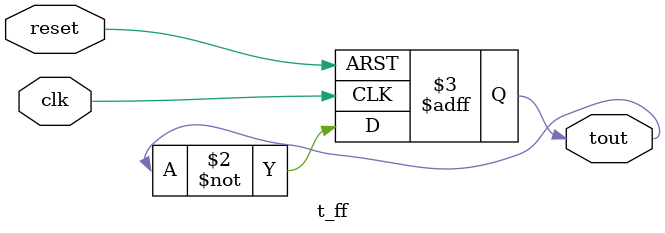
<source format=v>
`timescale 1ns / 1ps


module t_ff(
input clk,reset,output reg tout);
//In this t ff generally one of the input t=1 always.
always@(posedge clk or posedge reset)//synchronous reset
begin

if(reset)
 begin
 tout<=0;
 end
 
else
    begin
    tout<=~tout;
    end
end
    
endmodule

</source>
